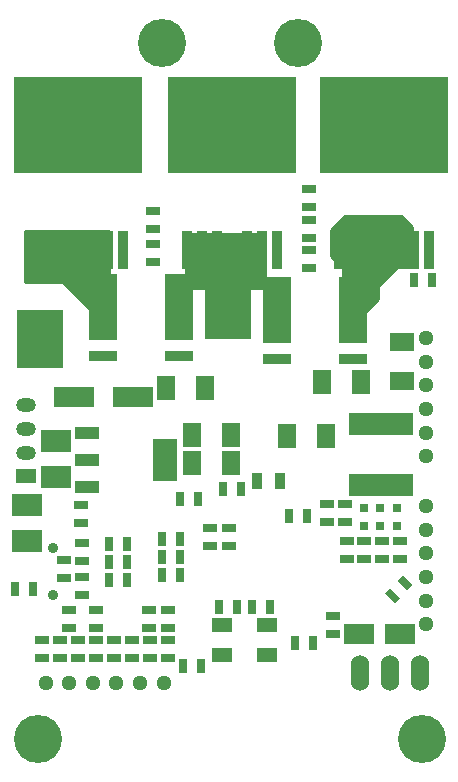
<source format=gbs>
%FSLAX46Y46*%
G04 Gerber Fmt 4.6, Leading zero omitted, Abs format (unit mm)*
G04 Created by KiCad (PCBNEW (2014-08-29 BZR 5106)-product) date tor  8 jan 2015 12:13:19*
%MOMM*%
G01*
G04 APERTURE LIST*
%ADD10C,0.150000*%
%ADD11R,2.540000X1.699260*%
%ADD12R,1.800860X1.198880*%
%ADD13R,1.699260X1.198880*%
%ADD14O,1.699260X1.198880*%
%ADD15O,1.524000X3.048000*%
%ADD16R,2.032000X3.657600*%
%ADD17R,2.032000X1.016000*%
%ADD18C,4.064000*%
%ADD19R,1.524000X2.032000*%
%ADD20R,2.032000X1.524000*%
%ADD21R,1.143000X0.635000*%
%ADD22R,0.635000X1.143000*%
%ADD23R,0.889000X1.397000*%
%ADD24R,2.499360X1.950720*%
%ADD25R,5.499100X1.849120*%
%ADD26R,0.797560X0.797560*%
%ADD27R,3.500120X1.800860*%
%ADD28C,1.300480*%
%ADD29R,4.000000X5.000000*%
%ADD30R,10.800080X8.150860*%
%ADD31R,0.899160X3.200400*%
%ADD32R,2.438400X5.588000*%
%ADD33R,2.438400X0.889000*%
%ADD34C,0.900000*%
%ADD35C,0.254000*%
G04 APERTURE END LIST*
D10*
D11*
X108633260Y-133096000D03*
X112092740Y-133096000D03*
D12*
X97033080Y-134853680D03*
X97033080Y-132354320D03*
X100832920Y-132354320D03*
X100832920Y-134853680D03*
D13*
X80450000Y-119728280D03*
D14*
X80450000Y-115725240D03*
X80450000Y-117726760D03*
X80450000Y-113726260D03*
D15*
X108712000Y-136398000D03*
X111252000Y-136398000D03*
X113792000Y-136398000D03*
D16*
X92202000Y-118364000D03*
D17*
X85598000Y-118364000D03*
X85598000Y-116078000D03*
X85598000Y-120650000D03*
D18*
X92000000Y-83000000D03*
X103500000Y-83000000D03*
D19*
X105537000Y-111760000D03*
X108839000Y-111760000D03*
D20*
X112268000Y-111633000D03*
X112268000Y-108331000D03*
D19*
X102549000Y-116300000D03*
X105851000Y-116300000D03*
D21*
X83700000Y-126838000D03*
X83700000Y-128362000D03*
D10*
G36*
X112373210Y-128118567D02*
X113181433Y-128926790D01*
X112732420Y-129375803D01*
X111924197Y-128567580D01*
X112373210Y-128118567D01*
X112373210Y-128118567D01*
G37*
G36*
X111295580Y-129196197D02*
X112103803Y-130004420D01*
X111654790Y-130453433D01*
X110846567Y-129645210D01*
X111295580Y-129196197D01*
X111295580Y-129196197D01*
G37*
D21*
X81788000Y-133604000D03*
X81788000Y-135128000D03*
X92456000Y-132588000D03*
X92456000Y-131064000D03*
X90900000Y-132562000D03*
X90900000Y-131038000D03*
X86350000Y-132562000D03*
X86350000Y-131038000D03*
X96012000Y-124079000D03*
X96012000Y-125603000D03*
D22*
X96774000Y-130810000D03*
X98298000Y-130810000D03*
D21*
X107600000Y-126762000D03*
X107600000Y-125238000D03*
X97663000Y-125603000D03*
X97663000Y-124079000D03*
D23*
X100012500Y-120142000D03*
X101917500Y-120142000D03*
D21*
X105918000Y-123571000D03*
X105918000Y-122047000D03*
X85090000Y-123698000D03*
X85090000Y-122174000D03*
D24*
X80550000Y-125174000D03*
X80550000Y-122126000D03*
D22*
X103251000Y-133858000D03*
X104775000Y-133858000D03*
X95250000Y-135763000D03*
X93726000Y-135763000D03*
D24*
X83000000Y-116776000D03*
X83000000Y-119824000D03*
D22*
X101092000Y-130810000D03*
X99568000Y-130810000D03*
D19*
X92329000Y-112268000D03*
X95631000Y-112268000D03*
X94488000Y-116205000D03*
X97790000Y-116205000D03*
X94488000Y-118618000D03*
X97790000Y-118618000D03*
D25*
X110490000Y-120431560D03*
X110490000Y-115280440D03*
D21*
X107442000Y-123571000D03*
X107442000Y-122047000D03*
D26*
X111887000Y-123939300D03*
X111887000Y-122440700D03*
X110450000Y-123949300D03*
X110450000Y-122450700D03*
X109050000Y-123949300D03*
X109050000Y-122450700D03*
D27*
X84495640Y-113030000D03*
X89494360Y-113030000D03*
D28*
X86099240Y-137200000D03*
X88100760Y-137200000D03*
X90099740Y-137200000D03*
X92101260Y-137200000D03*
X84100260Y-137200000D03*
X82098740Y-137200000D03*
X114300000Y-126253240D03*
X114300000Y-128254760D03*
X114300000Y-130253740D03*
X114300000Y-132255260D03*
X114300000Y-124254260D03*
X114300000Y-122252740D03*
X114300000Y-112029240D03*
X114300000Y-114030760D03*
X114300000Y-116029740D03*
X114300000Y-118031260D03*
X114300000Y-110030260D03*
X114300000Y-108028740D03*
D29*
X81661000Y-108077000D03*
X97536000Y-105664000D03*
D30*
X110744000Y-89984580D03*
D31*
X114554000Y-100586540D03*
X113284000Y-100586540D03*
X112014000Y-100586540D03*
X109474000Y-100586540D03*
X108204000Y-100586540D03*
X106934000Y-100586540D03*
D30*
X97917000Y-89984580D03*
D31*
X101727000Y-100586540D03*
X100457000Y-100586540D03*
X99187000Y-100586540D03*
X96647000Y-100586540D03*
X95377000Y-100586540D03*
X94107000Y-100586540D03*
D30*
X84836000Y-89984580D03*
D31*
X88646000Y-100586540D03*
X87376000Y-100586540D03*
X86106000Y-100586540D03*
X83566000Y-100586540D03*
X82296000Y-100586540D03*
X81026000Y-100586540D03*
D21*
X85200000Y-125338000D03*
X85200000Y-126862000D03*
X85200000Y-129762000D03*
X85200000Y-128238000D03*
X106426000Y-131572000D03*
X106426000Y-133096000D03*
D22*
X81012000Y-129300000D03*
X79488000Y-129300000D03*
D21*
X83312000Y-135128000D03*
X83312000Y-133604000D03*
X86360000Y-135128000D03*
X86360000Y-133604000D03*
X89408000Y-135128000D03*
X89408000Y-133604000D03*
X92456000Y-135128000D03*
X92456000Y-133604000D03*
X90932000Y-135128000D03*
X90932000Y-133604000D03*
X87884000Y-135128000D03*
X87884000Y-133604000D03*
X84836000Y-135128000D03*
X84836000Y-133604000D03*
D22*
X104267000Y-123063000D03*
X102743000Y-123063000D03*
X98679000Y-120777000D03*
X97155000Y-120777000D03*
X93472000Y-121666000D03*
X94996000Y-121666000D03*
D21*
X109100000Y-125238000D03*
X109100000Y-126762000D03*
D22*
X87503000Y-128524000D03*
X89027000Y-128524000D03*
X93462000Y-128050000D03*
X91938000Y-128050000D03*
X87503000Y-127000000D03*
X89027000Y-127000000D03*
X93462000Y-126550000D03*
X91938000Y-126550000D03*
X114808000Y-103124000D03*
X113284000Y-103124000D03*
D21*
X104394000Y-96901000D03*
X104394000Y-95377000D03*
D22*
X87488000Y-125450000D03*
X89012000Y-125450000D03*
X93462000Y-125050000D03*
X91938000Y-125050000D03*
D21*
X104394000Y-100584000D03*
X104394000Y-102108000D03*
X104394000Y-98044000D03*
X104394000Y-99568000D03*
X112100000Y-125238000D03*
X112100000Y-126762000D03*
X110600000Y-125238000D03*
X110600000Y-126762000D03*
X91186000Y-100076000D03*
X91186000Y-101600000D03*
X91186000Y-97282000D03*
X91186000Y-98806000D03*
D32*
X101663500Y-105664000D03*
X108140500Y-105664000D03*
D33*
X101663500Y-109791500D03*
X108140500Y-109791500D03*
D32*
X86931500Y-105410000D03*
X93408500Y-105410000D03*
D33*
X86931500Y-109537500D03*
X93408500Y-109537500D03*
D34*
X82700000Y-125800000D03*
X82700000Y-129800000D03*
D21*
X84050000Y-132562000D03*
X84050000Y-131038000D03*
D18*
X114000000Y-142000000D03*
X81500000Y-142000000D03*
D35*
G36*
X100711000Y-103759000D02*
X93980000Y-103759000D01*
X93980000Y-99187000D01*
X100711000Y-99187000D01*
X100711000Y-103759000D01*
X100711000Y-103759000D01*
G37*
X100711000Y-103759000D02*
X93980000Y-103759000D01*
X93980000Y-99187000D01*
X100711000Y-99187000D01*
X100711000Y-103759000D01*
G36*
X87503000Y-105537000D02*
X85904605Y-105537000D01*
X83618605Y-103251000D01*
X80391000Y-103251000D01*
X80391000Y-98933000D01*
X87503000Y-98933000D01*
X87503000Y-105537000D01*
X87503000Y-105537000D01*
G37*
X87503000Y-105537000D02*
X85904605Y-105537000D01*
X83618605Y-103251000D01*
X80391000Y-103251000D01*
X80391000Y-98933000D01*
X87503000Y-98933000D01*
X87503000Y-105537000D01*
G36*
X113157000Y-101981000D02*
X111834395Y-101981000D01*
X110236000Y-103579395D01*
X110236000Y-104722395D01*
X109167395Y-105791000D01*
X107315000Y-105791000D01*
X107315000Y-102055395D01*
X106299000Y-101039395D01*
X106299000Y-98858605D01*
X107494605Y-97663000D01*
X112215395Y-97663000D01*
X113157000Y-98604605D01*
X113157000Y-101981000D01*
X113157000Y-101981000D01*
G37*
X113157000Y-101981000D02*
X111834395Y-101981000D01*
X110236000Y-103579395D01*
X110236000Y-104722395D01*
X109167395Y-105791000D01*
X107315000Y-105791000D01*
X107315000Y-102055395D01*
X106299000Y-101039395D01*
X106299000Y-98858605D01*
X107494605Y-97663000D01*
X112215395Y-97663000D01*
X113157000Y-98604605D01*
X113157000Y-101981000D01*
M02*

</source>
